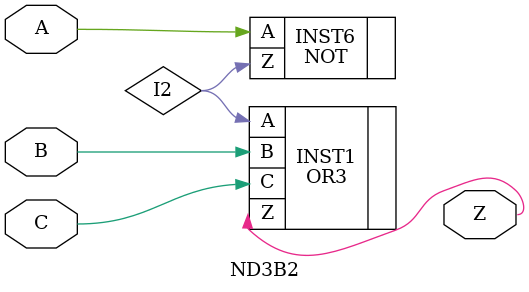
<source format=v>
`resetall
`timescale 1 ns / 100 ps

/* Created by DB2VERILOG Version 1.0.1.1 on Sat May 14 10:48:11 1994 */
/* module compiled from "lsl2db 3.6.4" run */

`celldefine
module ND3B2 (A, B, C, Z);
input  A, B, C;
output Z;
OR3 INST1 (.A(I2), .B(B), .C(C), .Z(Z));
NOT INST6 (.A(A), .Z(I2));

endmodule
`endcelldefine

</source>
